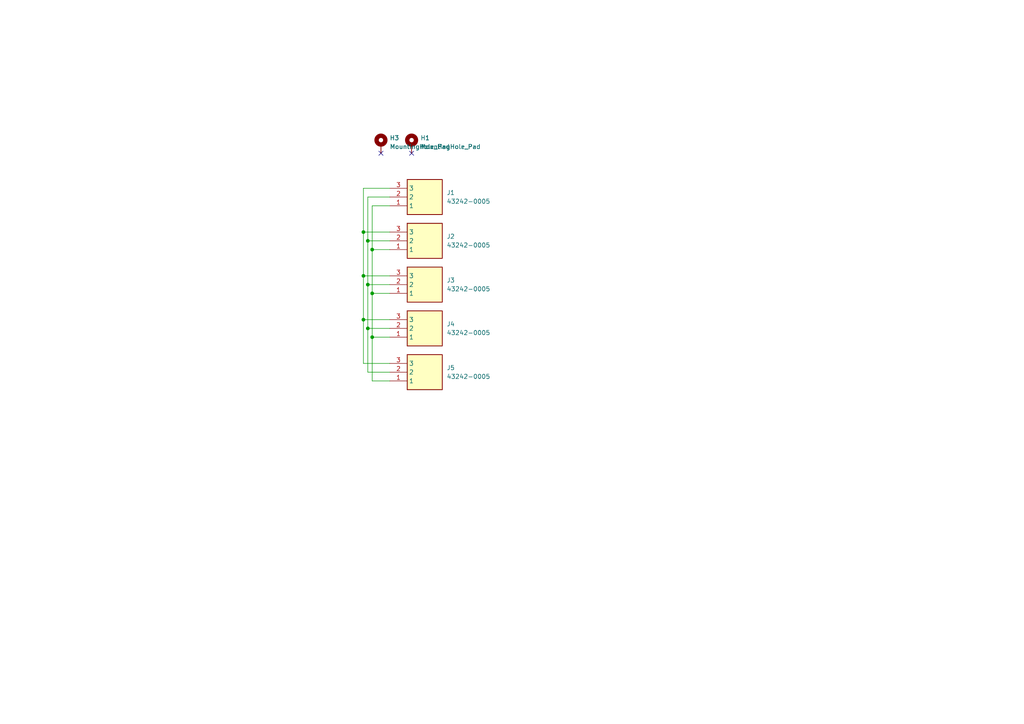
<source format=kicad_sch>
(kicad_sch (version 20250114) (generator "eeschema") (generator_version "9.0")
  (paper "A4")
  (lib_symbols
    (symbol "Mechanical:MountingHole_Pad" (pin_numbers (hide yes)) (pin_names (offset 1.016) (hide yes))
      (property "Reference" "H" (at 0 6.35 0))
      (property "Value" "MountingHole_Pad" (at 0 4.445 0))
      (symbol "MountingHole_Pad_0_1"
        (circle (center 0 1.27) (radius 1.27) (stroke (width 1.27)))
      )
      (symbol "MountingHole_Pad_1_1"
        (pin input line (at 0 -2.54 90) (length 2.54) (name "1") (number "1"))
      )
    )
    (symbol "Molex_MiniFitJr1x3_PCB:43242-0005"
      (property "Reference" "J" (at 16.51 7.62 0))
      (property "Value" "43242-0005" (at 16.51 5.08 0))
      (symbol "43242-0005_1_1"
        (rectangle (start 5.08 2.54) (end 15.24 -7.62) (stroke (width 0.254)) (fill (type background)))
        (pin passive line (at 0 0 0) (length 5.08) (name "3") (number "3"))
        (pin passive line (at 0 -2.54 0) (length 5.08) (name "2") (number "2"))
        (pin passive line (at 0 -5.08 0) (length 5.08) (name "1") (number "1"))
      )
    )
  )
  (junction (at 105.41 67.31))
  (junction (at 107.95 97.79))
  (junction (at 106.68 82.55))
  (junction (at 105.41 92.71))
  (junction (at 105.41 80.01))
  (junction (at 107.95 72.39))
  (junction (at 106.68 69.85))
  (junction (at 107.95 85.09))
  (junction (at 106.68 95.25))
  (no_connect (at 119.38 44.45))
  (no_connect (at 110.49 44.45))
  (wire (pts (xy 107.95 85.09) (xy 113.03 85.09)))
  (wire (pts (xy 113.03 59.69) (xy 107.95 59.69)))
  (wire (pts (xy 105.41 92.71) (xy 113.03 92.71)))
  (wire (pts (xy 107.95 59.69) (xy 107.95 72.39)))
  (wire (pts (xy 105.41 54.61) (xy 105.41 67.31)))
  (wire (pts (xy 107.95 85.09) (xy 107.95 97.79)))
  (wire (pts (xy 106.68 95.25) (xy 113.03 95.25)))
  (wire (pts (xy 107.95 110.49) (xy 113.03 110.49)))
  (wire (pts (xy 105.41 105.41) (xy 113.03 105.41)))
  (wire (pts (xy 113.03 54.61) (xy 105.41 54.61)))
  (wire (pts (xy 106.68 57.15) (xy 106.68 69.85)))
  (wire (pts (xy 105.41 67.31) (xy 105.41 80.01)))
  (wire (pts (xy 106.68 69.85) (xy 113.03 69.85)))
  (wire (pts (xy 107.95 72.39) (xy 113.03 72.39)))
  (wire (pts (xy 107.95 97.79) (xy 113.03 97.79)))
  (wire (pts (xy 106.68 107.95) (xy 113.03 107.95)))
  (wire (pts (xy 106.68 95.25) (xy 106.68 107.95)))
  (wire (pts (xy 107.95 97.79) (xy 107.95 110.49)))
  (wire (pts (xy 105.41 67.31) (xy 113.03 67.31)))
  (wire (pts (xy 107.95 72.39) (xy 107.95 85.09)))
  (wire (pts (xy 105.41 92.71) (xy 105.41 105.41)))
  (wire (pts (xy 106.68 82.55) (xy 106.68 95.25)))
  (wire (pts (xy 113.03 57.15) (xy 106.68 57.15)))
  (wire (pts (xy 106.68 82.55) (xy 113.03 82.55)))
  (wire (pts (xy 106.68 69.85) (xy 106.68 82.55)))
  (wire (pts (xy 105.41 80.01) (xy 105.41 92.71)))
  (wire (pts (xy 105.41 80.01) (xy 113.03 80.01)))
  (symbol (lib_id "Molex_MiniFitJr1x3_PCB:43242-0005") (at 113.03 105.41 0) (unit 1)
    (property "Reference" "J5" (at 129.54 106.6799 0) (effects (justify left)))
    (property "Value" "43242-0005" (at 129.54 109.2199 0) (effects (justify left)))
    (property "Footprint" "Molex_MiniFitJr_1x3_PCB:Molex_MiniFitJr_1x3_PCB" (effects (hide yes)))
    (property "Datasheet" "https://www.molex.com/pdm_docs/sd/432420005_sd.pdf" (effects (hide yes)))
    (property "Description" "Headers & Wire Housings MiniFit Jr Header 3 Ckt" (effects (hide yes)))
    (property "Height" "12.83" (effects (hide yes)))
    (property "Mouser Part Number" "538-43242-0005" (effects (hide yes)))
    (property "Mouser Price/Stock" "https://www.mouser.co.uk/ProductDetail/Molex/43242-0005?qs=WXzVXFlun0UzpNSBTvE%252BTg%3D%3D" (effects (hide yes)))
    (property "Manufacturer_Name" "Molex" (effects (hide yes)))
    (property "Manufacturer_Part_Number" "43242-0005" (effects (hide yes)))
  )
  (symbol (lib_id "Molex_MiniFitJr1x3_PCB:43242-0005") (at 113.03 67.31 0) (unit 1)
    (property "Reference" "J2" (at 129.54 68.5799 0) (effects (justify left)))
    (property "Value" "43242-0005" (at 129.54 71.1199 0) (effects (justify left)))
    (property "Footprint" "Molex_MiniFitJr_1x3_PCB:Molex_MiniFitJr_1x3_PCB" (effects (hide yes)))
    (property "Datasheet" "https://www.molex.com/pdm_docs/sd/432420005_sd.pdf" (effects (hide yes)))
    (property "Description" "Headers & Wire Housings MiniFit Jr Header 3 Ckt" (effects (hide yes)))
    (property "Height" "12.83" (effects (hide yes)))
    (property "Mouser Part Number" "538-43242-0005" (effects (hide yes)))
    (property "Mouser Price/Stock" "https://www.mouser.co.uk/ProductDetail/Molex/43242-0005?qs=WXzVXFlun0UzpNSBTvE%252BTg%3D%3D" (effects (hide yes)))
    (property "Manufacturer_Name" "Molex" (effects (hide yes)))
    (property "Manufacturer_Part_Number" "43242-0005" (effects (hide yes)))
  )
  (symbol (lib_id "Molex_MiniFitJr1x3_PCB:43242-0005") (at 113.03 80.01 0) (unit 1)
    (property "Reference" "J3" (at 129.54 81.2799 0) (effects (justify left)))
    (property "Value" "43242-0005" (at 129.54 83.8199 0) (effects (justify left)))
    (property "Footprint" "Molex_MiniFitJr_1x3_PCB:Molex_MiniFitJr_1x3_PCB" (effects (hide yes)))
    (property "Datasheet" "https://www.molex.com/pdm_docs/sd/432420005_sd.pdf" (effects (hide yes)))
    (property "Description" "Headers & Wire Housings MiniFit Jr Header 3 Ckt" (effects (hide yes)))
    (property "Height" "12.83" (effects (hide yes)))
    (property "Mouser Part Number" "538-43242-0005" (effects (hide yes)))
    (property "Mouser Price/Stock" "https://www.mouser.co.uk/ProductDetail/Molex/43242-0005?qs=WXzVXFlun0UzpNSBTvE%252BTg%3D%3D" (effects (hide yes)))
    (property "Manufacturer_Name" "Molex" (effects (hide yes)))
    (property "Manufacturer_Part_Number" "43242-0005" (effects (hide yes)))
  )
  (symbol (lib_id "Molex_MiniFitJr1x3_PCB:43242-0005") (at 113.03 92.71 0) (unit 1)
    (property "Reference" "J4" (at 129.54 93.9799 0) (effects (justify left)))
    (property "Value" "43242-0005" (at 129.54 96.5199 0) (effects (justify left)))
    (property "Footprint" "Molex_MiniFitJr_1x3_PCB:Molex_MiniFitJr_1x3_PCB" (effects (hide yes)))
    (property "Datasheet" "https://www.molex.com/pdm_docs/sd/432420005_sd.pdf" (effects (hide yes)))
    (property "Description" "Headers & Wire Housings MiniFit Jr Header 3 Ckt" (effects (hide yes)))
    (property "Height" "12.83" (effects (hide yes)))
    (property "Mouser Part Number" "538-43242-0005" (effects (hide yes)))
    (property "Mouser Price/Stock" "https://www.mouser.co.uk/ProductDetail/Molex/43242-0005?qs=WXzVXFlun0UzpNSBTvE%252BTg%3D%3D" (effects (hide yes)))
    (property "Manufacturer_Name" "Molex" (effects (hide yes)))
    (property "Manufacturer_Part_Number" "43242-0005" (effects (hide yes)))
  )
  (symbol (lib_id "Molex_MiniFitJr1x3_PCB:43242-0005") (at 113.03 54.61 0) (unit 1)
    (property "Reference" "J1" (at 129.54 55.8799 0) (effects (justify left)))
    (property "Value" "43242-0005" (at 129.54 58.4199 0) (effects (justify left)))
    (property "Footprint" "Molex_MiniFitJr_1x3_PCB:Molex_MiniFitJr_1x3_PCB" (effects (hide yes)))
    (property "Datasheet" "https://www.molex.com/pdm_docs/sd/432420005_sd.pdf" (effects (hide yes)))
    (property "Description" "Headers & Wire Housings MiniFit Jr Header 3 Ckt" (effects (hide yes)))
    (property "Height" "12.83" (effects (hide yes)))
    (property "Mouser Part Number" "538-43242-0005" (effects (hide yes)))
    (property "Mouser Price/Stock" "https://www.mouser.co.uk/ProductDetail/Molex/43242-0005?qs=WXzVXFlun0UzpNSBTvE%252BTg%3D%3D" (effects (hide yes)))
    (property "Manufacturer_Name" "Molex" (effects (hide yes)))
    (property "Manufacturer_Part_Number" "43242-0005" (effects (hide yes)))
  )
  (symbol (lib_id "Mechanical:MountingHole_Pad") (at 110.49 41.91 0) (unit 1)
    (property "Reference" "H3" (at 113.03 40.005 0) (effects (justify left)))
    (property "Value" "MountingHole_Pad" (at 113.03 42.545 0) (effects (justify left)))
    (property "Footprint" "MountingHole:MountingHole_2.7mm_M2.5_DIN965_Pad" (effects (hide yes)))
  )
  (symbol (lib_id "Mechanical:MountingHole_Pad") (at 119.38 41.91 0) (unit 1)
    (property "Reference" "H1" (at 121.92 40.005 0) (effects (justify left)))
    (property "Value" "MountingHole_Pad" (at 121.92 42.545 0) (effects (justify left)))
    (property "Footprint" "MountingHole:MountingHole_2.7mm_M2.5_DIN965_Pad" (effects (hide yes)))
  )
)
</source>
